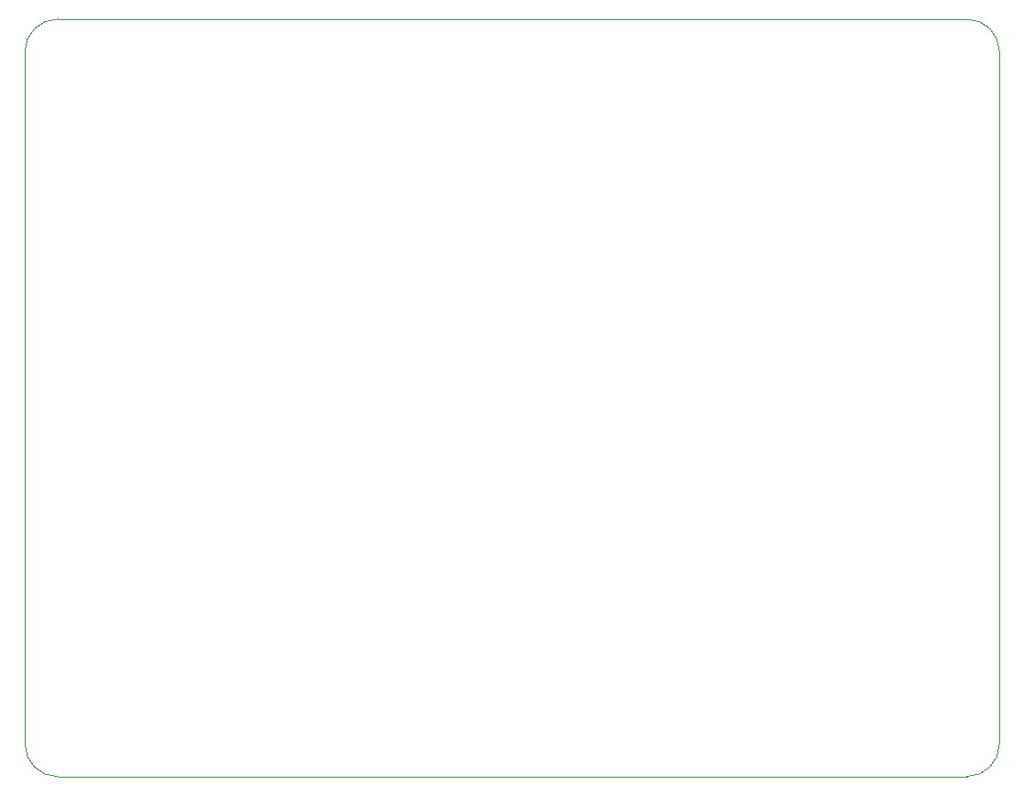
<source format=gm1>
%TF.GenerationSoftware,KiCad,Pcbnew,7.0.5*%
%TF.CreationDate,2023-07-08T16:14:15+09:00*%
%TF.ProjectId,mz80emu-vga,6d7a3830-656d-4752-9d76-67612e6b6963,2.0*%
%TF.SameCoordinates,PX5f5e100PY8f872a0*%
%TF.FileFunction,Profile,NP*%
%FSLAX46Y46*%
G04 Gerber Fmt 4.6, Leading zero omitted, Abs format (unit mm)*
G04 Created by KiCad (PCBNEW 7.0.5) date 2023-07-08 16:14:15*
%MOMM*%
%LPD*%
G01*
G04 APERTURE LIST*
%TA.AperFunction,Profile*%
%ADD10C,0.100000*%
%TD*%
G04 APERTURE END LIST*
D10*
X0Y3000000D02*
G75*
G03*
X3000000Y0I3000000J0D01*
G01*
X87000000Y0D02*
G75*
G03*
X90000000Y3000000I0J3000000D01*
G01*
X90000000Y67000000D02*
G75*
G03*
X87000000Y70000000I-3000000J0D01*
G01*
X3000000Y70000000D02*
G75*
G03*
X0Y67000000I0J-3000000D01*
G01*
X87000000Y70000000D02*
X3000000Y70000000D01*
X87000000Y0D02*
X3000000Y0D01*
X0Y3000000D02*
X0Y67000000D01*
X90000000Y67000000D02*
X90000000Y3000000D01*
M02*

</source>
